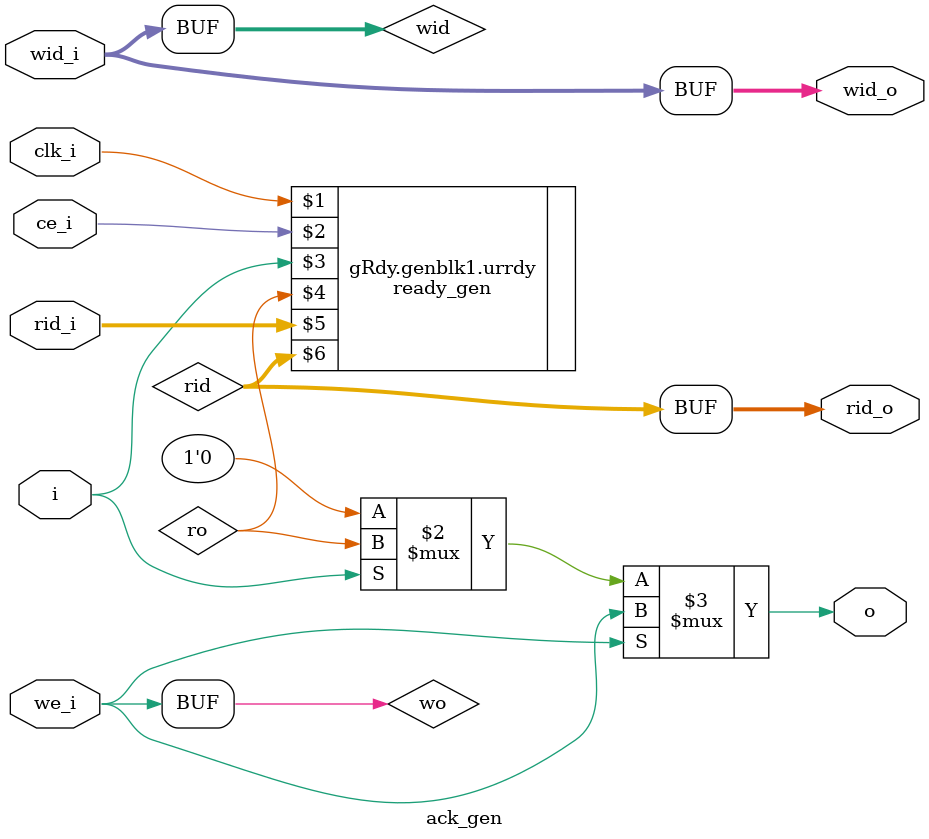
<source format=v>
module ack_gen(clk_i, ce_i, i, rid_i, we_i, wid_i, o, rid_o, wid_o);
input clk_i;
input ce_i;
input i;
input [3:0] rid_i;
input we_i;
input [3:0] wid_i;
output reg o;
output reg [3:0] rid_o;
output reg [3:0] wid_o;
parameter READ_STAGES = 3;
parameter WRITE_STAGES = 0;
parameter ACK_LEVEL = 1'b0;
parameter REGISTER_OUTPUT = 1'b0;

wire ro, wo;
wire [3:0] rid, wid;
generate begin : gRdy
if (READ_STAGES==0) begin
assign ro = 0;
assign rid = rid_i;
end
else begin
ready_gen #(READ_STAGES) urrdy (clk_i, ce_i, i, ro, rid_i, rid);
end
if (WRITE_STAGES==0) begin
assign wo = we_i;
assign wid = wid_i;
end
else begin
ready_gen #(WRITE_STAGES) uwrdy (clk_i, ce_i, we_i, wo, wid_i, wid);
end
if (REGISTER_OUTPUT) begin
always @(posedge clk_i)
	o <= we_i ? wo : (i ? ro : ACK_LEVEL);
always @(posedge clk_i)
	rid_o <= rid;
always @(posedge clk_i)
	wid_o <= wid;
end
else begin
always @*
	o <= we_i ? wo : (i ? ro : ACK_LEVEL);
always @*
	rid_o <= rid;
always @*
	wid_o <= wid;
end
end
endgenerate

endmodule

</source>
